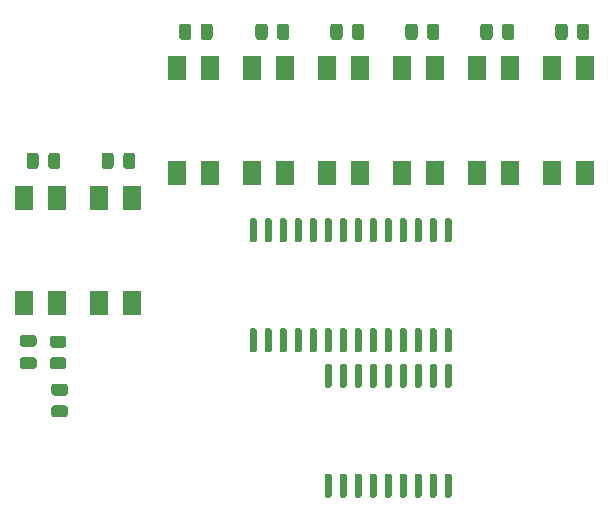
<source format=gtp>
G04 #@! TF.GenerationSoftware,KiCad,Pcbnew,5.1.10-88a1d61d58~88~ubuntu20.04.1*
G04 #@! TF.CreationDate,2021-06-06T19:54:44+02:00*
G04 #@! TF.ProjectId,slave-8in-8out,736c6176-652d-4386-996e-2d386f75742e,rev?*
G04 #@! TF.SameCoordinates,PX3a22d00PY8062360*
G04 #@! TF.FileFunction,Paste,Top*
G04 #@! TF.FilePolarity,Positive*
%FSLAX46Y46*%
G04 Gerber Fmt 4.6, Leading zero omitted, Abs format (unit mm)*
G04 Created by KiCad (PCBNEW 5.1.10-88a1d61d58~88~ubuntu20.04.1) date 2021-06-06 19:54:44*
%MOMM*%
%LPD*%
G01*
G04 APERTURE LIST*
%ADD10R,1.524000X2.032000*%
G04 APERTURE END LIST*
G36*
G01*
X108435000Y-105860000D02*
X108735000Y-105860000D01*
G75*
G02*
X108885000Y-106010000I0J-150000D01*
G01*
X108885000Y-107760000D01*
G75*
G02*
X108735000Y-107910000I-150000J0D01*
G01*
X108435000Y-107910000D01*
G75*
G02*
X108285000Y-107760000I0J150000D01*
G01*
X108285000Y-106010000D01*
G75*
G02*
X108435000Y-105860000I150000J0D01*
G01*
G37*
G36*
G01*
X107165000Y-105860000D02*
X107465000Y-105860000D01*
G75*
G02*
X107615000Y-106010000I0J-150000D01*
G01*
X107615000Y-107760000D01*
G75*
G02*
X107465000Y-107910000I-150000J0D01*
G01*
X107165000Y-107910000D01*
G75*
G02*
X107015000Y-107760000I0J150000D01*
G01*
X107015000Y-106010000D01*
G75*
G02*
X107165000Y-105860000I150000J0D01*
G01*
G37*
G36*
G01*
X105895000Y-105860000D02*
X106195000Y-105860000D01*
G75*
G02*
X106345000Y-106010000I0J-150000D01*
G01*
X106345000Y-107760000D01*
G75*
G02*
X106195000Y-107910000I-150000J0D01*
G01*
X105895000Y-107910000D01*
G75*
G02*
X105745000Y-107760000I0J150000D01*
G01*
X105745000Y-106010000D01*
G75*
G02*
X105895000Y-105860000I150000J0D01*
G01*
G37*
G36*
G01*
X104625000Y-105860000D02*
X104925000Y-105860000D01*
G75*
G02*
X105075000Y-106010000I0J-150000D01*
G01*
X105075000Y-107760000D01*
G75*
G02*
X104925000Y-107910000I-150000J0D01*
G01*
X104625000Y-107910000D01*
G75*
G02*
X104475000Y-107760000I0J150000D01*
G01*
X104475000Y-106010000D01*
G75*
G02*
X104625000Y-105860000I150000J0D01*
G01*
G37*
G36*
G01*
X103355000Y-105860000D02*
X103655000Y-105860000D01*
G75*
G02*
X103805000Y-106010000I0J-150000D01*
G01*
X103805000Y-107760000D01*
G75*
G02*
X103655000Y-107910000I-150000J0D01*
G01*
X103355000Y-107910000D01*
G75*
G02*
X103205000Y-107760000I0J150000D01*
G01*
X103205000Y-106010000D01*
G75*
G02*
X103355000Y-105860000I150000J0D01*
G01*
G37*
G36*
G01*
X102085000Y-105860000D02*
X102385000Y-105860000D01*
G75*
G02*
X102535000Y-106010000I0J-150000D01*
G01*
X102535000Y-107760000D01*
G75*
G02*
X102385000Y-107910000I-150000J0D01*
G01*
X102085000Y-107910000D01*
G75*
G02*
X101935000Y-107760000I0J150000D01*
G01*
X101935000Y-106010000D01*
G75*
G02*
X102085000Y-105860000I150000J0D01*
G01*
G37*
G36*
G01*
X100815000Y-105860000D02*
X101115000Y-105860000D01*
G75*
G02*
X101265000Y-106010000I0J-150000D01*
G01*
X101265000Y-107760000D01*
G75*
G02*
X101115000Y-107910000I-150000J0D01*
G01*
X100815000Y-107910000D01*
G75*
G02*
X100665000Y-107760000I0J150000D01*
G01*
X100665000Y-106010000D01*
G75*
G02*
X100815000Y-105860000I150000J0D01*
G01*
G37*
G36*
G01*
X99545000Y-105860000D02*
X99845000Y-105860000D01*
G75*
G02*
X99995000Y-106010000I0J-150000D01*
G01*
X99995000Y-107760000D01*
G75*
G02*
X99845000Y-107910000I-150000J0D01*
G01*
X99545000Y-107910000D01*
G75*
G02*
X99395000Y-107760000I0J150000D01*
G01*
X99395000Y-106010000D01*
G75*
G02*
X99545000Y-105860000I150000J0D01*
G01*
G37*
G36*
G01*
X98275000Y-105860000D02*
X98575000Y-105860000D01*
G75*
G02*
X98725000Y-106010000I0J-150000D01*
G01*
X98725000Y-107760000D01*
G75*
G02*
X98575000Y-107910000I-150000J0D01*
G01*
X98275000Y-107910000D01*
G75*
G02*
X98125000Y-107760000I0J150000D01*
G01*
X98125000Y-106010000D01*
G75*
G02*
X98275000Y-105860000I150000J0D01*
G01*
G37*
G36*
G01*
X98275000Y-96560000D02*
X98575000Y-96560000D01*
G75*
G02*
X98725000Y-96710000I0J-150000D01*
G01*
X98725000Y-98460000D01*
G75*
G02*
X98575000Y-98610000I-150000J0D01*
G01*
X98275000Y-98610000D01*
G75*
G02*
X98125000Y-98460000I0J150000D01*
G01*
X98125000Y-96710000D01*
G75*
G02*
X98275000Y-96560000I150000J0D01*
G01*
G37*
G36*
G01*
X99545000Y-96560000D02*
X99845000Y-96560000D01*
G75*
G02*
X99995000Y-96710000I0J-150000D01*
G01*
X99995000Y-98460000D01*
G75*
G02*
X99845000Y-98610000I-150000J0D01*
G01*
X99545000Y-98610000D01*
G75*
G02*
X99395000Y-98460000I0J150000D01*
G01*
X99395000Y-96710000D01*
G75*
G02*
X99545000Y-96560000I150000J0D01*
G01*
G37*
G36*
G01*
X100815000Y-96560000D02*
X101115000Y-96560000D01*
G75*
G02*
X101265000Y-96710000I0J-150000D01*
G01*
X101265000Y-98460000D01*
G75*
G02*
X101115000Y-98610000I-150000J0D01*
G01*
X100815000Y-98610000D01*
G75*
G02*
X100665000Y-98460000I0J150000D01*
G01*
X100665000Y-96710000D01*
G75*
G02*
X100815000Y-96560000I150000J0D01*
G01*
G37*
G36*
G01*
X102085000Y-96560000D02*
X102385000Y-96560000D01*
G75*
G02*
X102535000Y-96710000I0J-150000D01*
G01*
X102535000Y-98460000D01*
G75*
G02*
X102385000Y-98610000I-150000J0D01*
G01*
X102085000Y-98610000D01*
G75*
G02*
X101935000Y-98460000I0J150000D01*
G01*
X101935000Y-96710000D01*
G75*
G02*
X102085000Y-96560000I150000J0D01*
G01*
G37*
G36*
G01*
X103355000Y-96560000D02*
X103655000Y-96560000D01*
G75*
G02*
X103805000Y-96710000I0J-150000D01*
G01*
X103805000Y-98460000D01*
G75*
G02*
X103655000Y-98610000I-150000J0D01*
G01*
X103355000Y-98610000D01*
G75*
G02*
X103205000Y-98460000I0J150000D01*
G01*
X103205000Y-96710000D01*
G75*
G02*
X103355000Y-96560000I150000J0D01*
G01*
G37*
G36*
G01*
X104625000Y-96560000D02*
X104925000Y-96560000D01*
G75*
G02*
X105075000Y-96710000I0J-150000D01*
G01*
X105075000Y-98460000D01*
G75*
G02*
X104925000Y-98610000I-150000J0D01*
G01*
X104625000Y-98610000D01*
G75*
G02*
X104475000Y-98460000I0J150000D01*
G01*
X104475000Y-96710000D01*
G75*
G02*
X104625000Y-96560000I150000J0D01*
G01*
G37*
G36*
G01*
X105895000Y-96560000D02*
X106195000Y-96560000D01*
G75*
G02*
X106345000Y-96710000I0J-150000D01*
G01*
X106345000Y-98460000D01*
G75*
G02*
X106195000Y-98610000I-150000J0D01*
G01*
X105895000Y-98610000D01*
G75*
G02*
X105745000Y-98460000I0J150000D01*
G01*
X105745000Y-96710000D01*
G75*
G02*
X105895000Y-96560000I150000J0D01*
G01*
G37*
G36*
G01*
X107165000Y-96560000D02*
X107465000Y-96560000D01*
G75*
G02*
X107615000Y-96710000I0J-150000D01*
G01*
X107615000Y-98460000D01*
G75*
G02*
X107465000Y-98610000I-150000J0D01*
G01*
X107165000Y-98610000D01*
G75*
G02*
X107015000Y-98460000I0J150000D01*
G01*
X107015000Y-96710000D01*
G75*
G02*
X107165000Y-96560000I150000J0D01*
G01*
G37*
G36*
G01*
X108435000Y-96560000D02*
X108735000Y-96560000D01*
G75*
G02*
X108885000Y-96710000I0J-150000D01*
G01*
X108885000Y-98460000D01*
G75*
G02*
X108735000Y-98610000I-150000J0D01*
G01*
X108435000Y-98610000D01*
G75*
G02*
X108285000Y-98460000I0J150000D01*
G01*
X108285000Y-96710000D01*
G75*
G02*
X108435000Y-96560000I150000J0D01*
G01*
G37*
G36*
G01*
X76142002Y-99271500D02*
X75241998Y-99271500D01*
G75*
G02*
X74992000Y-99021502I0J249998D01*
G01*
X74992000Y-98496498D01*
G75*
G02*
X75241998Y-98246500I249998J0D01*
G01*
X76142002Y-98246500D01*
G75*
G02*
X76392000Y-98496498I0J-249998D01*
G01*
X76392000Y-99021502D01*
G75*
G02*
X76142002Y-99271500I-249998J0D01*
G01*
G37*
G36*
G01*
X76142002Y-101096500D02*
X75241998Y-101096500D01*
G75*
G02*
X74992000Y-100846502I0J249998D01*
G01*
X74992000Y-100321498D01*
G75*
G02*
X75241998Y-100071500I249998J0D01*
G01*
X76142002Y-100071500D01*
G75*
G02*
X76392000Y-100321498I0J-249998D01*
G01*
X76392000Y-100846502D01*
G75*
G02*
X76142002Y-101096500I-249998J0D01*
G01*
G37*
G36*
G01*
X75114998Y-96007500D02*
X76015002Y-96007500D01*
G75*
G02*
X76265000Y-96257498I0J-249998D01*
G01*
X76265000Y-96782502D01*
G75*
G02*
X76015002Y-97032500I-249998J0D01*
G01*
X75114998Y-97032500D01*
G75*
G02*
X74865000Y-96782502I0J249998D01*
G01*
X74865000Y-96257498D01*
G75*
G02*
X75114998Y-96007500I249998J0D01*
G01*
G37*
G36*
G01*
X75114998Y-94182500D02*
X76015002Y-94182500D01*
G75*
G02*
X76265000Y-94432498I0J-249998D01*
G01*
X76265000Y-94957502D01*
G75*
G02*
X76015002Y-95207500I-249998J0D01*
G01*
X75114998Y-95207500D01*
G75*
G02*
X74865000Y-94957502I0J249998D01*
G01*
X74865000Y-94432498D01*
G75*
G02*
X75114998Y-94182500I249998J0D01*
G01*
G37*
G36*
G01*
X72550000Y-96020000D02*
X73500000Y-96020000D01*
G75*
G02*
X73750000Y-96270000I0J-250000D01*
G01*
X73750000Y-96770000D01*
G75*
G02*
X73500000Y-97020000I-250000J0D01*
G01*
X72550000Y-97020000D01*
G75*
G02*
X72300000Y-96770000I0J250000D01*
G01*
X72300000Y-96270000D01*
G75*
G02*
X72550000Y-96020000I250000J0D01*
G01*
G37*
G36*
G01*
X72550000Y-94120000D02*
X73500000Y-94120000D01*
G75*
G02*
X73750000Y-94370000I0J-250000D01*
G01*
X73750000Y-94870000D01*
G75*
G02*
X73500000Y-95120000I-250000J0D01*
G01*
X72550000Y-95120000D01*
G75*
G02*
X72300000Y-94870000I0J250000D01*
G01*
X72300000Y-94370000D01*
G75*
G02*
X72550000Y-94120000I250000J0D01*
G01*
G37*
G36*
G01*
X108435000Y-93541000D02*
X108735000Y-93541000D01*
G75*
G02*
X108885000Y-93691000I0J-150000D01*
G01*
X108885000Y-95441000D01*
G75*
G02*
X108735000Y-95591000I-150000J0D01*
G01*
X108435000Y-95591000D01*
G75*
G02*
X108285000Y-95441000I0J150000D01*
G01*
X108285000Y-93691000D01*
G75*
G02*
X108435000Y-93541000I150000J0D01*
G01*
G37*
G36*
G01*
X107165000Y-93541000D02*
X107465000Y-93541000D01*
G75*
G02*
X107615000Y-93691000I0J-150000D01*
G01*
X107615000Y-95441000D01*
G75*
G02*
X107465000Y-95591000I-150000J0D01*
G01*
X107165000Y-95591000D01*
G75*
G02*
X107015000Y-95441000I0J150000D01*
G01*
X107015000Y-93691000D01*
G75*
G02*
X107165000Y-93541000I150000J0D01*
G01*
G37*
G36*
G01*
X105895000Y-93541000D02*
X106195000Y-93541000D01*
G75*
G02*
X106345000Y-93691000I0J-150000D01*
G01*
X106345000Y-95441000D01*
G75*
G02*
X106195000Y-95591000I-150000J0D01*
G01*
X105895000Y-95591000D01*
G75*
G02*
X105745000Y-95441000I0J150000D01*
G01*
X105745000Y-93691000D01*
G75*
G02*
X105895000Y-93541000I150000J0D01*
G01*
G37*
G36*
G01*
X104625000Y-93541000D02*
X104925000Y-93541000D01*
G75*
G02*
X105075000Y-93691000I0J-150000D01*
G01*
X105075000Y-95441000D01*
G75*
G02*
X104925000Y-95591000I-150000J0D01*
G01*
X104625000Y-95591000D01*
G75*
G02*
X104475000Y-95441000I0J150000D01*
G01*
X104475000Y-93691000D01*
G75*
G02*
X104625000Y-93541000I150000J0D01*
G01*
G37*
G36*
G01*
X103355000Y-93541000D02*
X103655000Y-93541000D01*
G75*
G02*
X103805000Y-93691000I0J-150000D01*
G01*
X103805000Y-95441000D01*
G75*
G02*
X103655000Y-95591000I-150000J0D01*
G01*
X103355000Y-95591000D01*
G75*
G02*
X103205000Y-95441000I0J150000D01*
G01*
X103205000Y-93691000D01*
G75*
G02*
X103355000Y-93541000I150000J0D01*
G01*
G37*
G36*
G01*
X102085000Y-93541000D02*
X102385000Y-93541000D01*
G75*
G02*
X102535000Y-93691000I0J-150000D01*
G01*
X102535000Y-95441000D01*
G75*
G02*
X102385000Y-95591000I-150000J0D01*
G01*
X102085000Y-95591000D01*
G75*
G02*
X101935000Y-95441000I0J150000D01*
G01*
X101935000Y-93691000D01*
G75*
G02*
X102085000Y-93541000I150000J0D01*
G01*
G37*
G36*
G01*
X100815000Y-93541000D02*
X101115000Y-93541000D01*
G75*
G02*
X101265000Y-93691000I0J-150000D01*
G01*
X101265000Y-95441000D01*
G75*
G02*
X101115000Y-95591000I-150000J0D01*
G01*
X100815000Y-95591000D01*
G75*
G02*
X100665000Y-95441000I0J150000D01*
G01*
X100665000Y-93691000D01*
G75*
G02*
X100815000Y-93541000I150000J0D01*
G01*
G37*
G36*
G01*
X99545000Y-93541000D02*
X99845000Y-93541000D01*
G75*
G02*
X99995000Y-93691000I0J-150000D01*
G01*
X99995000Y-95441000D01*
G75*
G02*
X99845000Y-95591000I-150000J0D01*
G01*
X99545000Y-95591000D01*
G75*
G02*
X99395000Y-95441000I0J150000D01*
G01*
X99395000Y-93691000D01*
G75*
G02*
X99545000Y-93541000I150000J0D01*
G01*
G37*
G36*
G01*
X98275000Y-93541000D02*
X98575000Y-93541000D01*
G75*
G02*
X98725000Y-93691000I0J-150000D01*
G01*
X98725000Y-95441000D01*
G75*
G02*
X98575000Y-95591000I-150000J0D01*
G01*
X98275000Y-95591000D01*
G75*
G02*
X98125000Y-95441000I0J150000D01*
G01*
X98125000Y-93691000D01*
G75*
G02*
X98275000Y-93541000I150000J0D01*
G01*
G37*
G36*
G01*
X97005000Y-93541000D02*
X97305000Y-93541000D01*
G75*
G02*
X97455000Y-93691000I0J-150000D01*
G01*
X97455000Y-95441000D01*
G75*
G02*
X97305000Y-95591000I-150000J0D01*
G01*
X97005000Y-95591000D01*
G75*
G02*
X96855000Y-95441000I0J150000D01*
G01*
X96855000Y-93691000D01*
G75*
G02*
X97005000Y-93541000I150000J0D01*
G01*
G37*
G36*
G01*
X95735000Y-93541000D02*
X96035000Y-93541000D01*
G75*
G02*
X96185000Y-93691000I0J-150000D01*
G01*
X96185000Y-95441000D01*
G75*
G02*
X96035000Y-95591000I-150000J0D01*
G01*
X95735000Y-95591000D01*
G75*
G02*
X95585000Y-95441000I0J150000D01*
G01*
X95585000Y-93691000D01*
G75*
G02*
X95735000Y-93541000I150000J0D01*
G01*
G37*
G36*
G01*
X94465000Y-93541000D02*
X94765000Y-93541000D01*
G75*
G02*
X94915000Y-93691000I0J-150000D01*
G01*
X94915000Y-95441000D01*
G75*
G02*
X94765000Y-95591000I-150000J0D01*
G01*
X94465000Y-95591000D01*
G75*
G02*
X94315000Y-95441000I0J150000D01*
G01*
X94315000Y-93691000D01*
G75*
G02*
X94465000Y-93541000I150000J0D01*
G01*
G37*
G36*
G01*
X93195000Y-93541000D02*
X93495000Y-93541000D01*
G75*
G02*
X93645000Y-93691000I0J-150000D01*
G01*
X93645000Y-95441000D01*
G75*
G02*
X93495000Y-95591000I-150000J0D01*
G01*
X93195000Y-95591000D01*
G75*
G02*
X93045000Y-95441000I0J150000D01*
G01*
X93045000Y-93691000D01*
G75*
G02*
X93195000Y-93541000I150000J0D01*
G01*
G37*
G36*
G01*
X91925000Y-93541000D02*
X92225000Y-93541000D01*
G75*
G02*
X92375000Y-93691000I0J-150000D01*
G01*
X92375000Y-95441000D01*
G75*
G02*
X92225000Y-95591000I-150000J0D01*
G01*
X91925000Y-95591000D01*
G75*
G02*
X91775000Y-95441000I0J150000D01*
G01*
X91775000Y-93691000D01*
G75*
G02*
X91925000Y-93541000I150000J0D01*
G01*
G37*
G36*
G01*
X91925000Y-84241000D02*
X92225000Y-84241000D01*
G75*
G02*
X92375000Y-84391000I0J-150000D01*
G01*
X92375000Y-86141000D01*
G75*
G02*
X92225000Y-86291000I-150000J0D01*
G01*
X91925000Y-86291000D01*
G75*
G02*
X91775000Y-86141000I0J150000D01*
G01*
X91775000Y-84391000D01*
G75*
G02*
X91925000Y-84241000I150000J0D01*
G01*
G37*
G36*
G01*
X93195000Y-84241000D02*
X93495000Y-84241000D01*
G75*
G02*
X93645000Y-84391000I0J-150000D01*
G01*
X93645000Y-86141000D01*
G75*
G02*
X93495000Y-86291000I-150000J0D01*
G01*
X93195000Y-86291000D01*
G75*
G02*
X93045000Y-86141000I0J150000D01*
G01*
X93045000Y-84391000D01*
G75*
G02*
X93195000Y-84241000I150000J0D01*
G01*
G37*
G36*
G01*
X94465000Y-84241000D02*
X94765000Y-84241000D01*
G75*
G02*
X94915000Y-84391000I0J-150000D01*
G01*
X94915000Y-86141000D01*
G75*
G02*
X94765000Y-86291000I-150000J0D01*
G01*
X94465000Y-86291000D01*
G75*
G02*
X94315000Y-86141000I0J150000D01*
G01*
X94315000Y-84391000D01*
G75*
G02*
X94465000Y-84241000I150000J0D01*
G01*
G37*
G36*
G01*
X95735000Y-84241000D02*
X96035000Y-84241000D01*
G75*
G02*
X96185000Y-84391000I0J-150000D01*
G01*
X96185000Y-86141000D01*
G75*
G02*
X96035000Y-86291000I-150000J0D01*
G01*
X95735000Y-86291000D01*
G75*
G02*
X95585000Y-86141000I0J150000D01*
G01*
X95585000Y-84391000D01*
G75*
G02*
X95735000Y-84241000I150000J0D01*
G01*
G37*
G36*
G01*
X97005000Y-84241000D02*
X97305000Y-84241000D01*
G75*
G02*
X97455000Y-84391000I0J-150000D01*
G01*
X97455000Y-86141000D01*
G75*
G02*
X97305000Y-86291000I-150000J0D01*
G01*
X97005000Y-86291000D01*
G75*
G02*
X96855000Y-86141000I0J150000D01*
G01*
X96855000Y-84391000D01*
G75*
G02*
X97005000Y-84241000I150000J0D01*
G01*
G37*
G36*
G01*
X98275000Y-84241000D02*
X98575000Y-84241000D01*
G75*
G02*
X98725000Y-84391000I0J-150000D01*
G01*
X98725000Y-86141000D01*
G75*
G02*
X98575000Y-86291000I-150000J0D01*
G01*
X98275000Y-86291000D01*
G75*
G02*
X98125000Y-86141000I0J150000D01*
G01*
X98125000Y-84391000D01*
G75*
G02*
X98275000Y-84241000I150000J0D01*
G01*
G37*
G36*
G01*
X99545000Y-84241000D02*
X99845000Y-84241000D01*
G75*
G02*
X99995000Y-84391000I0J-150000D01*
G01*
X99995000Y-86141000D01*
G75*
G02*
X99845000Y-86291000I-150000J0D01*
G01*
X99545000Y-86291000D01*
G75*
G02*
X99395000Y-86141000I0J150000D01*
G01*
X99395000Y-84391000D01*
G75*
G02*
X99545000Y-84241000I150000J0D01*
G01*
G37*
G36*
G01*
X100815000Y-84241000D02*
X101115000Y-84241000D01*
G75*
G02*
X101265000Y-84391000I0J-150000D01*
G01*
X101265000Y-86141000D01*
G75*
G02*
X101115000Y-86291000I-150000J0D01*
G01*
X100815000Y-86291000D01*
G75*
G02*
X100665000Y-86141000I0J150000D01*
G01*
X100665000Y-84391000D01*
G75*
G02*
X100815000Y-84241000I150000J0D01*
G01*
G37*
G36*
G01*
X102085000Y-84241000D02*
X102385000Y-84241000D01*
G75*
G02*
X102535000Y-84391000I0J-150000D01*
G01*
X102535000Y-86141000D01*
G75*
G02*
X102385000Y-86291000I-150000J0D01*
G01*
X102085000Y-86291000D01*
G75*
G02*
X101935000Y-86141000I0J150000D01*
G01*
X101935000Y-84391000D01*
G75*
G02*
X102085000Y-84241000I150000J0D01*
G01*
G37*
G36*
G01*
X103355000Y-84241000D02*
X103655000Y-84241000D01*
G75*
G02*
X103805000Y-84391000I0J-150000D01*
G01*
X103805000Y-86141000D01*
G75*
G02*
X103655000Y-86291000I-150000J0D01*
G01*
X103355000Y-86291000D01*
G75*
G02*
X103205000Y-86141000I0J150000D01*
G01*
X103205000Y-84391000D01*
G75*
G02*
X103355000Y-84241000I150000J0D01*
G01*
G37*
G36*
G01*
X104625000Y-84241000D02*
X104925000Y-84241000D01*
G75*
G02*
X105075000Y-84391000I0J-150000D01*
G01*
X105075000Y-86141000D01*
G75*
G02*
X104925000Y-86291000I-150000J0D01*
G01*
X104625000Y-86291000D01*
G75*
G02*
X104475000Y-86141000I0J150000D01*
G01*
X104475000Y-84391000D01*
G75*
G02*
X104625000Y-84241000I150000J0D01*
G01*
G37*
G36*
G01*
X105895000Y-84241000D02*
X106195000Y-84241000D01*
G75*
G02*
X106345000Y-84391000I0J-150000D01*
G01*
X106345000Y-86141000D01*
G75*
G02*
X106195000Y-86291000I-150000J0D01*
G01*
X105895000Y-86291000D01*
G75*
G02*
X105745000Y-86141000I0J150000D01*
G01*
X105745000Y-84391000D01*
G75*
G02*
X105895000Y-84241000I150000J0D01*
G01*
G37*
G36*
G01*
X107165000Y-84241000D02*
X107465000Y-84241000D01*
G75*
G02*
X107615000Y-84391000I0J-150000D01*
G01*
X107615000Y-86141000D01*
G75*
G02*
X107465000Y-86291000I-150000J0D01*
G01*
X107165000Y-86291000D01*
G75*
G02*
X107015000Y-86141000I0J150000D01*
G01*
X107015000Y-84391000D01*
G75*
G02*
X107165000Y-84241000I150000J0D01*
G01*
G37*
G36*
G01*
X108435000Y-84241000D02*
X108735000Y-84241000D01*
G75*
G02*
X108885000Y-84391000I0J-150000D01*
G01*
X108885000Y-86141000D01*
G75*
G02*
X108735000Y-86291000I-150000J0D01*
G01*
X108435000Y-86291000D01*
G75*
G02*
X108285000Y-86141000I0J150000D01*
G01*
X108285000Y-84391000D01*
G75*
G02*
X108435000Y-84241000I150000J0D01*
G01*
G37*
D10*
X75438000Y-91440000D03*
X72644000Y-91440000D03*
X72644000Y-82550000D03*
X75438000Y-82550000D03*
X81788000Y-91440000D03*
X78994000Y-91440000D03*
X78994000Y-82550000D03*
X81788000Y-82550000D03*
X88392000Y-80391000D03*
X85598000Y-80391000D03*
X85598000Y-71501000D03*
X88392000Y-71501000D03*
X94742000Y-80391000D03*
X91948000Y-80391000D03*
X91948000Y-71501000D03*
X94742000Y-71501000D03*
X101092000Y-80391000D03*
X98298000Y-80391000D03*
X98298000Y-71501000D03*
X101092000Y-71501000D03*
X107442000Y-80391000D03*
X104648000Y-80391000D03*
X104648000Y-71501000D03*
X107442000Y-71501000D03*
X113792000Y-80391000D03*
X110998000Y-80391000D03*
X110998000Y-71501000D03*
X113792000Y-71501000D03*
X120142000Y-80391000D03*
X117348000Y-80391000D03*
X117348000Y-71501000D03*
X120142000Y-71501000D03*
G36*
G01*
X74718500Y-79825002D02*
X74718500Y-78924998D01*
G75*
G02*
X74968498Y-78675000I249998J0D01*
G01*
X75493502Y-78675000D01*
G75*
G02*
X75743500Y-78924998I0J-249998D01*
G01*
X75743500Y-79825002D01*
G75*
G02*
X75493502Y-80075000I-249998J0D01*
G01*
X74968498Y-80075000D01*
G75*
G02*
X74718500Y-79825002I0J249998D01*
G01*
G37*
G36*
G01*
X72893500Y-79825002D02*
X72893500Y-78924998D01*
G75*
G02*
X73143498Y-78675000I249998J0D01*
G01*
X73668502Y-78675000D01*
G75*
G02*
X73918500Y-78924998I0J-249998D01*
G01*
X73918500Y-79825002D01*
G75*
G02*
X73668502Y-80075000I-249998J0D01*
G01*
X73143498Y-80075000D01*
G75*
G02*
X72893500Y-79825002I0J249998D01*
G01*
G37*
G36*
G01*
X81068500Y-79825002D02*
X81068500Y-78924998D01*
G75*
G02*
X81318498Y-78675000I249998J0D01*
G01*
X81843502Y-78675000D01*
G75*
G02*
X82093500Y-78924998I0J-249998D01*
G01*
X82093500Y-79825002D01*
G75*
G02*
X81843502Y-80075000I-249998J0D01*
G01*
X81318498Y-80075000D01*
G75*
G02*
X81068500Y-79825002I0J249998D01*
G01*
G37*
G36*
G01*
X79243500Y-79825002D02*
X79243500Y-78924998D01*
G75*
G02*
X79493498Y-78675000I249998J0D01*
G01*
X80018502Y-78675000D01*
G75*
G02*
X80268500Y-78924998I0J-249998D01*
G01*
X80268500Y-79825002D01*
G75*
G02*
X80018502Y-80075000I-249998J0D01*
G01*
X79493498Y-80075000D01*
G75*
G02*
X79243500Y-79825002I0J249998D01*
G01*
G37*
G36*
G01*
X87625500Y-68903002D02*
X87625500Y-68002998D01*
G75*
G02*
X87875498Y-67753000I249998J0D01*
G01*
X88400502Y-67753000D01*
G75*
G02*
X88650500Y-68002998I0J-249998D01*
G01*
X88650500Y-68903002D01*
G75*
G02*
X88400502Y-69153000I-249998J0D01*
G01*
X87875498Y-69153000D01*
G75*
G02*
X87625500Y-68903002I0J249998D01*
G01*
G37*
G36*
G01*
X85800500Y-68903002D02*
X85800500Y-68002998D01*
G75*
G02*
X86050498Y-67753000I249998J0D01*
G01*
X86575502Y-67753000D01*
G75*
G02*
X86825500Y-68002998I0J-249998D01*
G01*
X86825500Y-68903002D01*
G75*
G02*
X86575502Y-69153000I-249998J0D01*
G01*
X86050498Y-69153000D01*
G75*
G02*
X85800500Y-68903002I0J249998D01*
G01*
G37*
G36*
G01*
X94102500Y-68903002D02*
X94102500Y-68002998D01*
G75*
G02*
X94352498Y-67753000I249998J0D01*
G01*
X94877502Y-67753000D01*
G75*
G02*
X95127500Y-68002998I0J-249998D01*
G01*
X95127500Y-68903002D01*
G75*
G02*
X94877502Y-69153000I-249998J0D01*
G01*
X94352498Y-69153000D01*
G75*
G02*
X94102500Y-68903002I0J249998D01*
G01*
G37*
G36*
G01*
X92277500Y-68903002D02*
X92277500Y-68002998D01*
G75*
G02*
X92527498Y-67753000I249998J0D01*
G01*
X93052502Y-67753000D01*
G75*
G02*
X93302500Y-68002998I0J-249998D01*
G01*
X93302500Y-68903002D01*
G75*
G02*
X93052502Y-69153000I-249998J0D01*
G01*
X92527498Y-69153000D01*
G75*
G02*
X92277500Y-68903002I0J249998D01*
G01*
G37*
G36*
G01*
X100452500Y-68903002D02*
X100452500Y-68002998D01*
G75*
G02*
X100702498Y-67753000I249998J0D01*
G01*
X101227502Y-67753000D01*
G75*
G02*
X101477500Y-68002998I0J-249998D01*
G01*
X101477500Y-68903002D01*
G75*
G02*
X101227502Y-69153000I-249998J0D01*
G01*
X100702498Y-69153000D01*
G75*
G02*
X100452500Y-68903002I0J249998D01*
G01*
G37*
G36*
G01*
X98627500Y-68903002D02*
X98627500Y-68002998D01*
G75*
G02*
X98877498Y-67753000I249998J0D01*
G01*
X99402502Y-67753000D01*
G75*
G02*
X99652500Y-68002998I0J-249998D01*
G01*
X99652500Y-68903002D01*
G75*
G02*
X99402502Y-69153000I-249998J0D01*
G01*
X98877498Y-69153000D01*
G75*
G02*
X98627500Y-68903002I0J249998D01*
G01*
G37*
G36*
G01*
X106802500Y-68903002D02*
X106802500Y-68002998D01*
G75*
G02*
X107052498Y-67753000I249998J0D01*
G01*
X107577502Y-67753000D01*
G75*
G02*
X107827500Y-68002998I0J-249998D01*
G01*
X107827500Y-68903002D01*
G75*
G02*
X107577502Y-69153000I-249998J0D01*
G01*
X107052498Y-69153000D01*
G75*
G02*
X106802500Y-68903002I0J249998D01*
G01*
G37*
G36*
G01*
X104977500Y-68903002D02*
X104977500Y-68002998D01*
G75*
G02*
X105227498Y-67753000I249998J0D01*
G01*
X105752502Y-67753000D01*
G75*
G02*
X106002500Y-68002998I0J-249998D01*
G01*
X106002500Y-68903002D01*
G75*
G02*
X105752502Y-69153000I-249998J0D01*
G01*
X105227498Y-69153000D01*
G75*
G02*
X104977500Y-68903002I0J249998D01*
G01*
G37*
G36*
G01*
X113152500Y-68903002D02*
X113152500Y-68002998D01*
G75*
G02*
X113402498Y-67753000I249998J0D01*
G01*
X113927502Y-67753000D01*
G75*
G02*
X114177500Y-68002998I0J-249998D01*
G01*
X114177500Y-68903002D01*
G75*
G02*
X113927502Y-69153000I-249998J0D01*
G01*
X113402498Y-69153000D01*
G75*
G02*
X113152500Y-68903002I0J249998D01*
G01*
G37*
G36*
G01*
X111327500Y-68903002D02*
X111327500Y-68002998D01*
G75*
G02*
X111577498Y-67753000I249998J0D01*
G01*
X112102502Y-67753000D01*
G75*
G02*
X112352500Y-68002998I0J-249998D01*
G01*
X112352500Y-68903002D01*
G75*
G02*
X112102502Y-69153000I-249998J0D01*
G01*
X111577498Y-69153000D01*
G75*
G02*
X111327500Y-68903002I0J249998D01*
G01*
G37*
G36*
G01*
X119502500Y-68903002D02*
X119502500Y-68002998D01*
G75*
G02*
X119752498Y-67753000I249998J0D01*
G01*
X120277502Y-67753000D01*
G75*
G02*
X120527500Y-68002998I0J-249998D01*
G01*
X120527500Y-68903002D01*
G75*
G02*
X120277502Y-69153000I-249998J0D01*
G01*
X119752498Y-69153000D01*
G75*
G02*
X119502500Y-68903002I0J249998D01*
G01*
G37*
G36*
G01*
X117677500Y-68903002D02*
X117677500Y-68002998D01*
G75*
G02*
X117927498Y-67753000I249998J0D01*
G01*
X118452502Y-67753000D01*
G75*
G02*
X118702500Y-68002998I0J-249998D01*
G01*
X118702500Y-68903002D01*
G75*
G02*
X118452502Y-69153000I-249998J0D01*
G01*
X117927498Y-69153000D01*
G75*
G02*
X117677500Y-68903002I0J249998D01*
G01*
G37*
M02*

</source>
